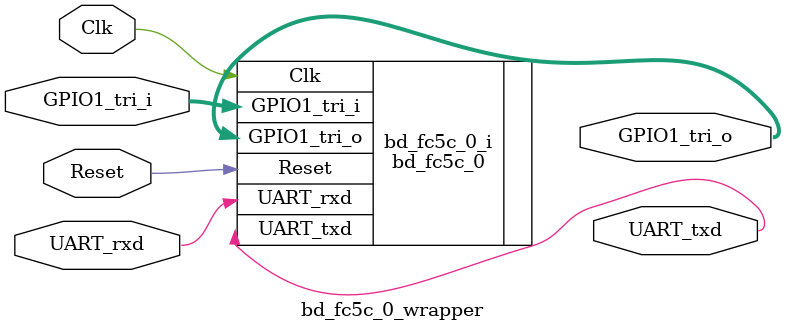
<source format=v>
`timescale 1 ps / 1 ps

module bd_fc5c_0_wrapper
   (Clk,
    GPIO1_tri_i,
    GPIO1_tri_o,
    Reset,
    UART_rxd,
    UART_txd);
  input Clk;
  input [7:0]GPIO1_tri_i;
  output [7:0]GPIO1_tri_o;
  input Reset;
  input UART_rxd;
  output UART_txd;

  wire Clk;
  wire [7:0]GPIO1_tri_i;
  wire [7:0]GPIO1_tri_o;
  wire Reset;
  wire UART_rxd;
  wire UART_txd;

  bd_fc5c_0 bd_fc5c_0_i
       (.Clk(Clk),
        .GPIO1_tri_i(GPIO1_tri_i),
        .GPIO1_tri_o(GPIO1_tri_o),
        .Reset(Reset),
        .UART_rxd(UART_rxd),
        .UART_txd(UART_txd));
endmodule

</source>
